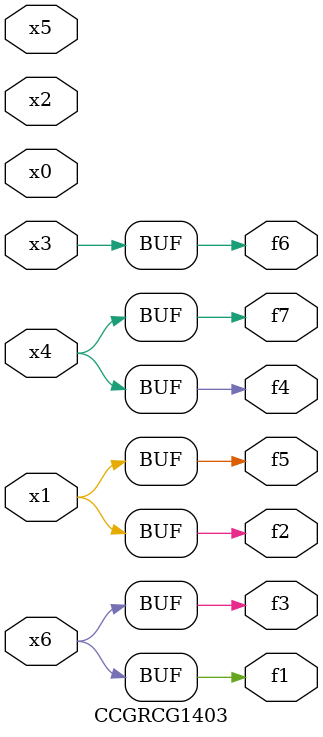
<source format=v>
module CCGRCG1403(
	input x0, x1, x2, x3, x4, x5, x6,
	output f1, f2, f3, f4, f5, f6, f7
);
	assign f1 = x6;
	assign f2 = x1;
	assign f3 = x6;
	assign f4 = x4;
	assign f5 = x1;
	assign f6 = x3;
	assign f7 = x4;
endmodule

</source>
